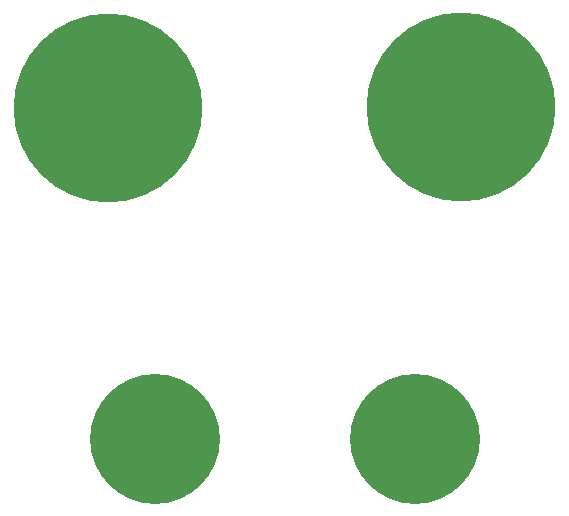
<source format=gbr>
%TF.GenerationSoftware,KiCad,Pcbnew,5.1.7-a382d34a8~88~ubuntu16.04.1*%
%TF.CreationDate,2021-09-09T22:43:01+02:00*%
%TF.ProjectId,korad_kel103_converter,6b6f7261-645f-46b6-956c-3130335f636f,rev?*%
%TF.SameCoordinates,Original*%
%TF.FileFunction,Soldermask,Bot*%
%TF.FilePolarity,Negative*%
%FSLAX46Y46*%
G04 Gerber Fmt 4.6, Leading zero omitted, Abs format (unit mm)*
G04 Created by KiCad (PCBNEW 5.1.7-a382d34a8~88~ubuntu16.04.1) date 2021-09-09 22:43:01*
%MOMM*%
%LPD*%
G01*
G04 APERTURE LIST*
%ADD10C,0.900000*%
%ADD11C,11.000000*%
%ADD12C,16.000000*%
G04 APERTURE END LIST*
D10*
%TO.C,J4*%
X144818019Y-88818019D03*
X143500000Y-92000000D03*
X144818019Y-95181981D03*
X148000000Y-96500000D03*
X151181981Y-95181981D03*
X152500000Y-92000000D03*
X151181981Y-88818019D03*
X148000000Y-87500000D03*
D11*
X148000000Y-92000000D03*
%TD*%
D10*
%TO.C,J3*%
X122818019Y-88818019D03*
X121500000Y-92000000D03*
X122818019Y-95181981D03*
X126000000Y-96500000D03*
X129181981Y-95181981D03*
X130500000Y-92000000D03*
X129181981Y-88818019D03*
X126000000Y-87500000D03*
D11*
X126000000Y-92000000D03*
%TD*%
D12*
%TO.C,J2*%
X151900000Y-63900000D03*
%TD*%
%TO.C,J1*%
X122000000Y-64000000D03*
%TD*%
M02*

</source>
